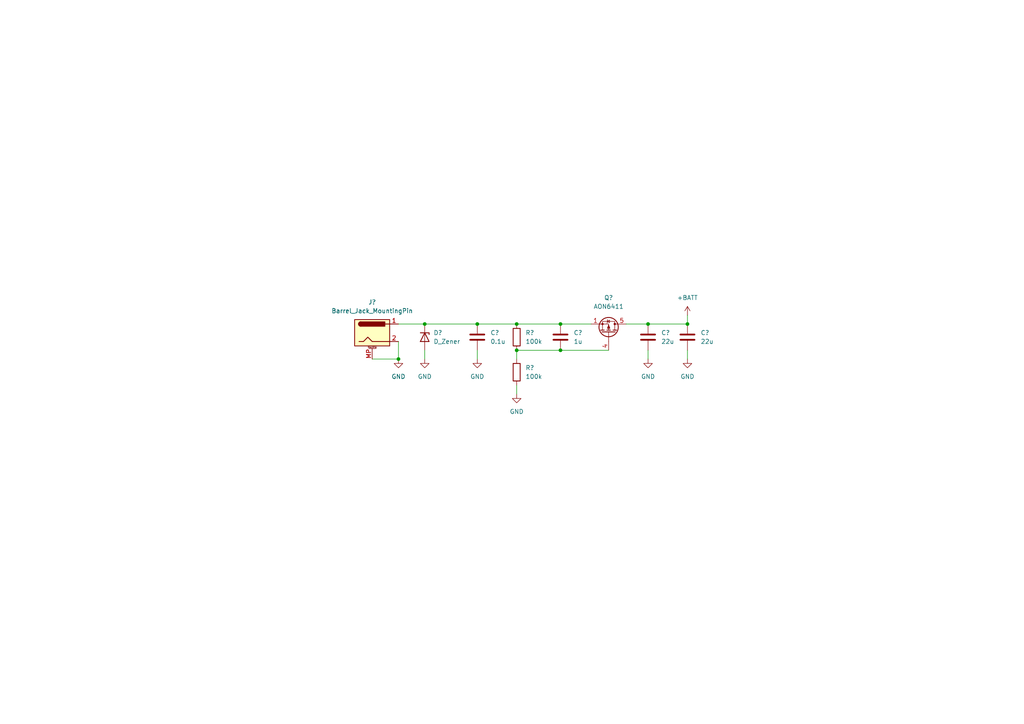
<source format=kicad_sch>
(kicad_sch (version 20211123) (generator eeschema)
  (paper "A4")
  (title_block (title "9-26V DC Jack") (date "2022-09-18") (rev "1.0"))
  (lib_symbols
    (symbol "Connector:Barrel_Jack_MountingPin" (pin_names hide)
      (property "Reference" "J" (at 0 5.334 0))
      (property "Value" "Barrel_Jack_MountingPin" (at 1.27 -6.35 0))
      (symbol "Barrel_Jack_MountingPin_0_1"
        (rectangle (start -5.08 3.81) (end 5.08 -3.81) (stroke (width 0.254)) (fill (type background)))
        (arc (start -3.302 3.175) (mid -3.937 2.54) (end -3.302 1.905) (stroke (width 0.254)))
        (arc (start -3.302 3.175) (mid -3.937 2.54) (end -3.302 1.905) (stroke (width 0.254)) (fill (type outline)))
        (polyline (pts (xy 5.08 2.54) (xy 3.81 2.54)) (stroke (width 0.254)))
        (polyline (pts (xy -3.81 -2.54) (xy -2.54 -2.54) (xy -1.27 -1.27) (xy 0 -2.54) (xy 2.54 -2.54) (xy 5.08 -2.54)) (stroke (width 0.254)))
        (rectangle (start 3.683 3.175) (end -3.302 1.905) (stroke (width 0.254)) (fill (type outline)))
      )
      (symbol "Barrel_Jack_MountingPin_1_1"
        (polyline (pts (xy -1.016 -4.572) (xy 1.016 -4.572)) (stroke (width 0.1524)))
        (text "Mounting" (at 0 -4.191 0) (effects (font (size 0.381 0.381))))
        (pin passive line (at 7.62 2.54 180) (length 2.54) (name "~") (number "1"))
        (pin passive line (at 7.62 -2.54 180) (length 2.54) (name "~") (number "2"))
        (pin passive line (at 0 -7.62 90) (length 3.048) (name "MountPin") (number "MP"))
      )
    )
    (symbol "Device:C" (pin_numbers hide) (pin_names (offset 0.254))
      (property "Reference" "C" (at 0.635 2.54 0))
      (property "Value" "C" (at 0.635 -2.54 0))
      (symbol "C_0_1"
        (polyline (pts (xy -2.032 -0.762) (xy 2.032 -0.762)) (stroke (width 0.508)))
        (polyline (pts (xy -2.032 0.762) (xy 2.032 0.762)) (stroke (width 0.508)))
      )
      (symbol "C_1_1"
        (pin passive line (at 0 3.81 270) (length 2.794) (name "~") (number "1"))
        (pin passive line (at 0 -3.81 90) (length 2.794) (name "~") (number "2"))
      )
    )
    (symbol "Device:D_Zener" (pin_numbers hide) (pin_names (offset 1.016) hide)
      (property "Reference" "D" (at 0 2.54 0))
      (property "Value" "D_Zener" (at 0 -2.54 0))
      (symbol "D_Zener_0_1"
        (polyline (pts (xy 1.27 0) (xy -1.27 0)))
        (polyline (pts (xy -1.27 -1.27) (xy -1.27 1.27) (xy -0.762 1.27)) (stroke (width 0.254)))
        (polyline (pts (xy 1.27 -1.27) (xy 1.27 1.27) (xy -1.27 0) (xy 1.27 -1.27)) (stroke (width 0.254)))
      )
      (symbol "D_Zener_1_1"
        (pin passive line (at -3.81 0 0) (length 2.54) (name "K") (number "1"))
        (pin passive line (at 3.81 0 180) (length 2.54) (name "A") (number "2"))
      )
    )
    (symbol "Device:R" (pin_numbers hide) (pin_names (offset 0))
      (property "Reference" "R" (at 2.032 0 90))
      (property "Value" "R" (at 0 0 90))
      (symbol "R_0_1"
        (rectangle (start -1.016 -2.54) (end 1.016 2.54) (stroke (width 0.254)))
      )
      (symbol "R_1_1"
        (pin passive line (at 0 3.81 270) (length 1.27) (name "~") (number "1"))
        (pin passive line (at 0 -3.81 90) (length 1.27) (name "~") (number "2"))
      )
    )
    (symbol "Transistor_FET:AON6411" (pin_names hide)
      (property "Reference" "Q" (at 5.08 1.905 0))
      (property "Value" "AON6411" (at 5.08 0 0))
      (symbol "AON6411_0_1"
        (polyline (pts (xy 0.254 0) (xy -2.54 0)))
        (polyline (pts (xy 0.254 1.905) (xy 0.254 -1.905)) (stroke (width 0.254)))
        (polyline (pts (xy 0.762 -1.27) (xy 0.762 -2.286)) (stroke (width 0.254)))
        (polyline (pts (xy 0.762 0.508) (xy 0.762 -0.508)) (stroke (width 0.254)))
        (polyline (pts (xy 0.762 2.286) (xy 0.762 1.27)) (stroke (width 0.254)))
        (polyline (pts (xy 2.54 2.54) (xy 2.54 1.778)))
        (polyline (pts (xy 2.54 -2.54) (xy 2.54 0) (xy 0.762 0)))
        (polyline (pts (xy 0.762 1.778) (xy 3.302 1.778) (xy 3.302 -1.778) (xy 0.762 -1.778)))
        (polyline (pts (xy 2.286 0) (xy 1.27 0.381) (xy 1.27 -0.381) (xy 2.286 0)) (fill (type outline)))
        (polyline (pts (xy 2.794 -0.508) (xy 2.921 -0.381) (xy 3.683 -0.381) (xy 3.81 -0.254)))
        (polyline (pts (xy 3.302 -0.381) (xy 2.921 0.254) (xy 3.683 0.254) (xy 3.302 -0.381)))
        (circle (center 1.651 0) (radius 2.794) (stroke (width 0.254)))
        (circle (center 2.54 -1.778) (radius 0.254) (fill (type outline)))
        (circle (center 2.54 1.778) (radius 0.254) (fill (type outline)))
      )
      (symbol "AON6411_1_1"
        (pin passive line (at 2.54 -5.08 90) (length 2.54) (name "S") (number "1"))
        (pin passive line (at 2.54 -5.08 90) (length 2.54) hide (name "S") (number "2"))
        (pin passive line (at 2.54 -5.08 90) (length 2.54) hide (name "S") (number "3"))
        (pin input line (at -5.08 0 0) (length 2.54) (name "G") (number "4"))
        (pin passive line (at 2.54 5.08 270) (length 2.54) (name "D") (number "5"))
      )
    )
    (symbol "power:+BATT" (power) (pin_names (offset 0))
      (property "Value" "+BATT" (at 0 3.556 0))
      (symbol "+BATT_0_1"
        (polyline (pts (xy -0.762 1.27) (xy 0 2.54)))
        (polyline (pts (xy 0 0) (xy 0 2.54)))
        (polyline (pts (xy 0 2.54) (xy 0.762 1.27)))
      )
      (symbol "+BATT_1_1"
        (pin power_in line (at 0 0 90) (length 0) hide (name "+BATT") (number "1"))
      )
    )
    (symbol "power:GND" (power) (pin_names (offset 0))
      (property "Value" "GND" (at 0 -3.81 0))
      (symbol "GND_0_1"
        (polyline (pts (xy 0 0) (xy 0 -1.27) (xy 1.27 -1.27) (xy 0 -2.54) (xy -1.27 -1.27) (xy 0 -1.27)))
      )
      (symbol "GND_1_1"
        (pin power_in line (at 0 0 270) (length 0) hide (name "GND") (number "1"))
      )
    )
  )
  (junction (at 123.19 93.98))
  (junction (at 149.86 101.6))
  (junction (at 187.96 93.98))
  (junction (at 138.43 93.98))
  (junction (at 162.56 93.98))
  (junction (at 115.57 104.14))
  (junction (at 149.86 93.98))
  (junction (at 162.56 101.6))
  (junction (at 199.39 93.98))
  (wire (pts (xy 149.86 93.98) (xy 162.56 93.98)))
  (wire (pts (xy 123.19 101.6) (xy 123.19 104.14)))
  (wire (pts (xy 115.57 99.06) (xy 115.57 104.14)))
  (wire (pts (xy 115.57 93.98) (xy 123.19 93.98)))
  (wire (pts (xy 162.56 101.6) (xy 176.53 101.6)))
  (wire (pts (xy 107.95 104.14) (xy 115.57 104.14)))
  (wire (pts (xy 199.39 101.6) (xy 199.39 104.14)))
  (wire (pts (xy 187.96 101.6) (xy 187.96 104.14)))
  (wire (pts (xy 123.19 93.98) (xy 138.43 93.98)))
  (wire (pts (xy 138.43 93.98) (xy 149.86 93.98)))
  (wire (pts (xy 187.96 93.98) (xy 199.39 93.98)))
  (wire (pts (xy 149.86 111.76) (xy 149.86 114.3)))
  (wire (pts (xy 162.56 93.98) (xy 171.45 93.98)))
  (wire (pts (xy 149.86 101.6) (xy 162.56 101.6)))
  (wire (pts (xy 138.43 101.6) (xy 138.43 104.14)))
  (wire (pts (xy 199.39 91.44) (xy 199.39 93.98)))
  (wire (pts (xy 149.86 101.6) (xy 149.86 104.14)))
  (wire (pts (xy 181.61 93.98) (xy 187.96 93.98)))
  (symbol (lib_id "Device:C") (at 199.39 97.79 0) (unit 1)
    (property "Reference" "C?" (at 203.2 96.5199 0) (effects (justify left)))
    (property "Value" "22u" (at 203.2 99.0599 0) (effects (justify left)))
  )
  (symbol (lib_id "Device:C") (at 187.96 97.79 0) (unit 1)
    (property "Reference" "C?" (at 191.77 96.5199 0) (effects (justify left)))
    (property "Value" "22u" (at 191.77 99.0599 0) (effects (justify left)))
  )
  (symbol (lib_id "Device:C") (at 138.43 97.79 0) (unit 1)
    (property "Reference" "C?" (at 142.24 96.5199 0) (effects (justify left)))
    (property "Value" "0.1u" (at 142.24 99.0599 0) (effects (justify left)))
  )
  (symbol (lib_id "Transistor_FET:AON6411") (at 176.53 96.52 270) (mirror x) (unit 1)
    (property "Reference" "Q?" (at 176.53 86.36 90))
    (property "Value" "AON6411" (at 176.53 88.9 90))
    (property "Footprint" "Package_DFN_QFN:AO_DFN-8-1EP_5.55x5.2mm_P1.27mm_EP4.12x4.6mm" (effects hide))
    (property "Datasheet" "http://www.aosmd.com/res/data_sheets/AON6411.pdf" (effects hide))
  )
  (symbol (lib_id "Connector:Barrel_Jack_MountingPin") (at 107.95 96.52 0) (unit 1)
    (property "Reference" "J?" (at 107.95 87.63 0))
    (property "Value" "Barrel_Jack_MountingPin" (at 107.95 90.17 0))
  )
  (symbol (lib_id "Device:R") (at 149.86 97.79 0) (unit 1)
    (property "Reference" "R?" (at 152.4 96.5199 0) (effects (justify left)))
    (property "Value" "100k" (at 152.4 99.0599 0) (effects (justify left)))
  )
  (symbol (lib_id "Device:D_Zener") (at 123.19 97.79 270) (unit 1)
    (property "Reference" "D?" (at 125.73 96.5199 90) (effects (justify left)))
    (property "Value" "D_Zener" (at 125.73 99.0599 90) (effects (justify left)))
  )
  (symbol (lib_id "power:GND") (at 187.96 104.14 0) (unit 1)
    (property "Reference" "#PWR?" (effects hide))
    (property "Value" "GND" (at 187.96 109.22 0))
  )
  (symbol (lib_id "power:GND") (at 138.43 104.14 0) (unit 1)
    (property "Reference" "#PWR?" (effects hide))
    (property "Value" "GND" (at 138.43 109.22 0))
  )
  (symbol (lib_id "power:GND") (at 123.19 104.14 0) (unit 1)
    (property "Reference" "#PWR?" (effects hide))
    (property "Value" "GND" (at 123.19 109.22 0))
  )
  (symbol (lib_id "power:+BATT") (at 199.39 91.44 0) (unit 1)
    (property "Reference" "#PWR?" (effects hide))
    (property "Value" "+BATT" (at 199.39 86.36 0))
  )
  (symbol (lib_id "power:GND") (at 199.39 104.14 0) (unit 1)
    (property "Reference" "#PWR?" (effects hide))
    (property "Value" "GND" (at 199.39 109.22 0))
  )
  (symbol (lib_id "Device:C") (at 162.56 97.79 0) (unit 1)
    (property "Reference" "C?" (at 166.37 96.5199 0) (effects (justify left)))
    (property "Value" "1u" (at 166.37 99.0599 0) (effects (justify left)))
  )
  (symbol (lib_id "power:GND") (at 115.57 104.14 0) (unit 1)
    (property "Reference" "#PWR?" (effects hide))
    (property "Value" "GND" (at 115.57 109.22 0))
  )
  (symbol (lib_id "power:GND") (at 149.86 114.3 0) (unit 1)
    (property "Reference" "#PWR?" (effects hide))
    (property "Value" "GND" (at 149.86 119.38 0))
  )
  (symbol (lib_id "Device:R") (at 149.86 107.95 0) (unit 1)
    (property "Reference" "R?" (at 152.4 106.6799 0) (effects (justify left)))
    (property "Value" "100k" (at 152.4 109.2199 0) (effects (justify left)))
  )
)
</source>
